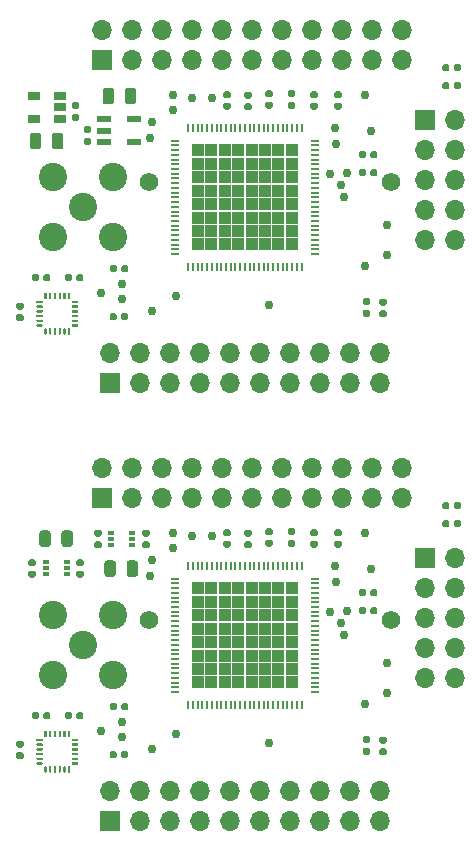
<source format=gts>
G04 #@! TF.GenerationSoftware,KiCad,Pcbnew,(5.1.6)-1*
G04 #@! TF.CreationDate,2021-09-14T14:20:35-07:00*
G04 #@! TF.ProjectId,sulu_ldo_and_reg_panel,73756c75-5f6c-4646-9f5f-616e645f7265,rev?*
G04 #@! TF.SameCoordinates,Original*
G04 #@! TF.FileFunction,Soldermask,Top*
G04 #@! TF.FilePolarity,Negative*
%FSLAX46Y46*%
G04 Gerber Fmt 4.6, Leading zero omitted, Abs format (unit mm)*
G04 Created by KiCad (PCBNEW (5.1.6)-1) date 2021-09-14 14:20:35*
%MOMM*%
%LPD*%
G01*
G04 APERTURE LIST*
%ADD10R,1.210000X0.590000*%
%ADD11R,1.060000X0.650000*%
%ADD12C,1.574800*%
%ADD13C,2.400000*%
%ADD14R,1.700000X1.700000*%
%ADD15O,1.700000X1.700000*%
%ADD16C,0.762000*%
%ADD17C,0.568750*%
%ADD18R,1.137500X1.137500*%
%ADD19O,0.200000X0.800000*%
%ADD20O,0.800000X0.200000*%
%ADD21R,0.500000X0.300000*%
G04 APERTURE END LIST*
D10*
G04 #@! TO.C,U3*
X76975001Y-59502000D03*
X76975001Y-61402000D03*
X74465001Y-61402000D03*
X74465001Y-60452000D03*
X74465001Y-59502000D03*
G04 #@! TD*
D11*
G04 #@! TO.C,U2*
X68467999Y-59421001D03*
X68467999Y-57521001D03*
X70667999Y-57521001D03*
X70667999Y-58471001D03*
X70667999Y-59421001D03*
G04 #@! TD*
D12*
G04 #@! TO.C,B1*
X98729800Y-64770000D03*
X78232000Y-64770000D03*
G04 #@! TD*
D13*
G04 #@! TO.C,J4*
X75184000Y-69469000D03*
X70104000Y-69469000D03*
X75184000Y-64389000D03*
X70104000Y-64389000D03*
X72644000Y-66929000D03*
G04 #@! TD*
D14*
G04 #@! TO.C,J1*
X74295000Y-54483000D03*
D15*
X74295000Y-51943000D03*
X76835000Y-54483000D03*
X76835000Y-51943000D03*
X79375000Y-54483000D03*
X79375000Y-51943000D03*
X81915000Y-54483000D03*
X81915000Y-51943000D03*
X84455000Y-54483000D03*
X84455000Y-51943000D03*
X86995000Y-54483000D03*
X86995000Y-51943000D03*
X89535000Y-54483000D03*
X89535000Y-51943000D03*
X92075000Y-54483000D03*
X92075000Y-51943000D03*
X94615000Y-54483000D03*
X94615000Y-51943000D03*
X97155000Y-54483000D03*
X97155000Y-51943000D03*
X99695000Y-54483000D03*
X99695000Y-51943000D03*
G04 #@! TD*
G04 #@! TO.C,R4*
G36*
G01*
X86441500Y-58125000D02*
X86786500Y-58125000D01*
G75*
G02*
X86934000Y-58272500I0J-147500D01*
G01*
X86934000Y-58567500D01*
G75*
G02*
X86786500Y-58715000I-147500J0D01*
G01*
X86441500Y-58715000D01*
G75*
G02*
X86294000Y-58567500I0J147500D01*
G01*
X86294000Y-58272500D01*
G75*
G02*
X86441500Y-58125000I147500J0D01*
G01*
G37*
G36*
G01*
X86441500Y-57155000D02*
X86786500Y-57155000D01*
G75*
G02*
X86934000Y-57302500I0J-147500D01*
G01*
X86934000Y-57597500D01*
G75*
G02*
X86786500Y-57745000I-147500J0D01*
G01*
X86441500Y-57745000D01*
G75*
G02*
X86294000Y-57597500I0J147500D01*
G01*
X86294000Y-57302500D01*
G75*
G02*
X86441500Y-57155000I147500J0D01*
G01*
G37*
G04 #@! TD*
G04 #@! TO.C,R3*
G36*
G01*
X92029500Y-58079000D02*
X92374500Y-58079000D01*
G75*
G02*
X92522000Y-58226500I0J-147500D01*
G01*
X92522000Y-58521500D01*
G75*
G02*
X92374500Y-58669000I-147500J0D01*
G01*
X92029500Y-58669000D01*
G75*
G02*
X91882000Y-58521500I0J147500D01*
G01*
X91882000Y-58226500D01*
G75*
G02*
X92029500Y-58079000I147500J0D01*
G01*
G37*
G36*
G01*
X92029500Y-57109000D02*
X92374500Y-57109000D01*
G75*
G02*
X92522000Y-57256500I0J-147500D01*
G01*
X92522000Y-57551500D01*
G75*
G02*
X92374500Y-57699000I-147500J0D01*
G01*
X92029500Y-57699000D01*
G75*
G02*
X91882000Y-57551500I0J147500D01*
G01*
X91882000Y-57256500D01*
G75*
G02*
X92029500Y-57109000I147500J0D01*
G01*
G37*
G04 #@! TD*
G04 #@! TO.C,R2*
G36*
G01*
X94406500Y-57699000D02*
X94061500Y-57699000D01*
G75*
G02*
X93914000Y-57551500I0J147500D01*
G01*
X93914000Y-57256500D01*
G75*
G02*
X94061500Y-57109000I147500J0D01*
G01*
X94406500Y-57109000D01*
G75*
G02*
X94554000Y-57256500I0J-147500D01*
G01*
X94554000Y-57551500D01*
G75*
G02*
X94406500Y-57699000I-147500J0D01*
G01*
G37*
G36*
G01*
X94406500Y-58669000D02*
X94061500Y-58669000D01*
G75*
G02*
X93914000Y-58521500I0J147500D01*
G01*
X93914000Y-58226500D01*
G75*
G02*
X94061500Y-58079000I147500J0D01*
G01*
X94406500Y-58079000D01*
G75*
G02*
X94554000Y-58226500I0J-147500D01*
G01*
X94554000Y-58521500D01*
G75*
G02*
X94406500Y-58669000I-147500J0D01*
G01*
G37*
G04 #@! TD*
G04 #@! TO.C,C_1.8_OUT1*
G36*
G01*
X70998000Y-60884750D02*
X70998000Y-61797250D01*
G75*
G02*
X70754250Y-62041000I-243750J0D01*
G01*
X70266750Y-62041000D01*
G75*
G02*
X70023000Y-61797250I0J243750D01*
G01*
X70023000Y-60884750D01*
G75*
G02*
X70266750Y-60641000I243750J0D01*
G01*
X70754250Y-60641000D01*
G75*
G02*
X70998000Y-60884750I0J-243750D01*
G01*
G37*
G36*
G01*
X69123000Y-60884750D02*
X69123000Y-61797250D01*
G75*
G02*
X68879250Y-62041000I-243750J0D01*
G01*
X68391750Y-62041000D01*
G75*
G02*
X68148000Y-61797250I0J243750D01*
G01*
X68148000Y-60884750D01*
G75*
G02*
X68391750Y-60641000I243750J0D01*
G01*
X68879250Y-60641000D01*
G75*
G02*
X69123000Y-60884750I0J-243750D01*
G01*
G37*
G04 #@! TD*
G04 #@! TO.C,C_1.1_OUT1*
G36*
G01*
X74315500Y-57987250D02*
X74315500Y-57074750D01*
G75*
G02*
X74559250Y-56831000I243750J0D01*
G01*
X75046750Y-56831000D01*
G75*
G02*
X75290500Y-57074750I0J-243750D01*
G01*
X75290500Y-57987250D01*
G75*
G02*
X75046750Y-58231000I-243750J0D01*
G01*
X74559250Y-58231000D01*
G75*
G02*
X74315500Y-57987250I0J243750D01*
G01*
G37*
G36*
G01*
X76190500Y-57987250D02*
X76190500Y-57074750D01*
G75*
G02*
X76434250Y-56831000I243750J0D01*
G01*
X76921750Y-56831000D01*
G75*
G02*
X77165500Y-57074750I0J-243750D01*
G01*
X77165500Y-57987250D01*
G75*
G02*
X76921750Y-58231000I-243750J0D01*
G01*
X76434250Y-58231000D01*
G75*
G02*
X76190500Y-57987250I0J243750D01*
G01*
G37*
G04 #@! TD*
G04 #@! TO.C,J3*
X104140000Y-69723000D03*
X101600000Y-69723000D03*
X104140000Y-67183000D03*
X101600000Y-67183000D03*
X104140000Y-64643000D03*
X101600000Y-64643000D03*
X104140000Y-62103000D03*
X101600000Y-62103000D03*
X104140000Y-59563000D03*
D14*
X101600000Y-59563000D03*
G04 #@! TD*
G04 #@! TO.C,C_1.1_IN1*
G36*
G01*
X73197500Y-60666000D02*
X72852500Y-60666000D01*
G75*
G02*
X72705000Y-60518500I0J147500D01*
G01*
X72705000Y-60223500D01*
G75*
G02*
X72852500Y-60076000I147500J0D01*
G01*
X73197500Y-60076000D01*
G75*
G02*
X73345000Y-60223500I0J-147500D01*
G01*
X73345000Y-60518500D01*
G75*
G02*
X73197500Y-60666000I-147500J0D01*
G01*
G37*
G36*
G01*
X73197500Y-61636000D02*
X72852500Y-61636000D01*
G75*
G02*
X72705000Y-61488500I0J147500D01*
G01*
X72705000Y-61193500D01*
G75*
G02*
X72852500Y-61046000I147500J0D01*
G01*
X73197500Y-61046000D01*
G75*
G02*
X73345000Y-61193500I0J-147500D01*
G01*
X73345000Y-61488500D01*
G75*
G02*
X73197500Y-61636000I-147500J0D01*
G01*
G37*
G04 #@! TD*
G04 #@! TO.C,C_1.8_IN1*
G36*
G01*
X72181500Y-58634000D02*
X71836500Y-58634000D01*
G75*
G02*
X71689000Y-58486500I0J147500D01*
G01*
X71689000Y-58191500D01*
G75*
G02*
X71836500Y-58044000I147500J0D01*
G01*
X72181500Y-58044000D01*
G75*
G02*
X72329000Y-58191500I0J-147500D01*
G01*
X72329000Y-58486500D01*
G75*
G02*
X72181500Y-58634000I-147500J0D01*
G01*
G37*
G36*
G01*
X72181500Y-59604000D02*
X71836500Y-59604000D01*
G75*
G02*
X71689000Y-59456500I0J147500D01*
G01*
X71689000Y-59161500D01*
G75*
G02*
X71836500Y-59014000I147500J0D01*
G01*
X72181500Y-59014000D01*
G75*
G02*
X72329000Y-59161500I0J-147500D01*
G01*
X72329000Y-59456500D01*
G75*
G02*
X72181500Y-59604000I-147500J0D01*
G01*
G37*
G04 #@! TD*
D16*
G04 #@! TO.C,J21*
X98425000Y-68453000D03*
G04 #@! TD*
G04 #@! TO.C,J20*
X93980000Y-60198000D03*
G04 #@! TD*
G04 #@! TO.C,J19*
X83566000Y-57658000D03*
G04 #@! TD*
G04 #@! TO.C,J18*
X81915000Y-57658000D03*
G04 #@! TD*
G04 #@! TO.C,J14*
X80264000Y-57404000D03*
G04 #@! TD*
G04 #@! TO.C,J12*
X75946000Y-74676000D03*
G04 #@! TD*
G04 #@! TO.C,J17*
X98425000Y-70993000D03*
G04 #@! TD*
G04 #@! TO.C,J16*
X94996000Y-64008000D03*
G04 #@! TD*
G04 #@! TO.C,J15*
X93599000Y-64135000D03*
G04 #@! TD*
G04 #@! TO.C,J13*
X78486000Y-75692000D03*
G04 #@! TD*
G04 #@! TO.C,J11*
X75946000Y-73406000D03*
G04 #@! TD*
G04 #@! TO.C,J10*
X94488000Y-65024000D03*
G04 #@! TD*
G04 #@! TO.C,J9*
X94742000Y-66040000D03*
G04 #@! TD*
G04 #@! TO.C,J8*
X78359000Y-61087000D03*
G04 #@! TD*
G04 #@! TO.C,J7*
X78486000Y-59690000D03*
G04 #@! TD*
G04 #@! TO.C,J6*
X80264000Y-58674000D03*
G04 #@! TD*
G04 #@! TO.C,J5*
X94107000Y-61595000D03*
G04 #@! TD*
G04 #@! TO.C,GND6*
X96520000Y-57404000D03*
G04 #@! TD*
G04 #@! TO.C,GND5*
X96520000Y-71882000D03*
G04 #@! TD*
G04 #@! TO.C,GND4*
X97028000Y-60452000D03*
G04 #@! TD*
G04 #@! TO.C,GND3*
X80518000Y-74422000D03*
G04 #@! TD*
G04 #@! TO.C,GND2*
X74168000Y-74168000D03*
G04 #@! TD*
G04 #@! TO.C,GND1*
X88392000Y-75184000D03*
G04 #@! TD*
G04 #@! TO.C,R1*
G36*
G01*
X96987000Y-62656500D02*
X96987000Y-62311500D01*
G75*
G02*
X97134500Y-62164000I147500J0D01*
G01*
X97429500Y-62164000D01*
G75*
G02*
X97577000Y-62311500I0J-147500D01*
G01*
X97577000Y-62656500D01*
G75*
G02*
X97429500Y-62804000I-147500J0D01*
G01*
X97134500Y-62804000D01*
G75*
G02*
X96987000Y-62656500I0J147500D01*
G01*
G37*
G36*
G01*
X96017000Y-62656500D02*
X96017000Y-62311500D01*
G75*
G02*
X96164500Y-62164000I147500J0D01*
G01*
X96459500Y-62164000D01*
G75*
G02*
X96607000Y-62311500I0J-147500D01*
G01*
X96607000Y-62656500D01*
G75*
G02*
X96459500Y-62804000I-147500J0D01*
G01*
X96164500Y-62804000D01*
G75*
G02*
X96017000Y-62656500I0J147500D01*
G01*
G37*
G04 #@! TD*
G04 #@! TO.C,C13*
G36*
G01*
X90469500Y-57618000D02*
X90124500Y-57618000D01*
G75*
G02*
X89977000Y-57470500I0J147500D01*
G01*
X89977000Y-57175500D01*
G75*
G02*
X90124500Y-57028000I147500J0D01*
G01*
X90469500Y-57028000D01*
G75*
G02*
X90617000Y-57175500I0J-147500D01*
G01*
X90617000Y-57470500D01*
G75*
G02*
X90469500Y-57618000I-147500J0D01*
G01*
G37*
G36*
G01*
X90469500Y-58588000D02*
X90124500Y-58588000D01*
G75*
G02*
X89977000Y-58440500I0J147500D01*
G01*
X89977000Y-58145500D01*
G75*
G02*
X90124500Y-57998000I147500J0D01*
G01*
X90469500Y-57998000D01*
G75*
G02*
X90617000Y-58145500I0J-147500D01*
G01*
X90617000Y-58440500D01*
G75*
G02*
X90469500Y-58588000I-147500J0D01*
G01*
G37*
G04 #@! TD*
G04 #@! TO.C,C12*
G36*
G01*
X88564500Y-57618000D02*
X88219500Y-57618000D01*
G75*
G02*
X88072000Y-57470500I0J147500D01*
G01*
X88072000Y-57175500D01*
G75*
G02*
X88219500Y-57028000I147500J0D01*
G01*
X88564500Y-57028000D01*
G75*
G02*
X88712000Y-57175500I0J-147500D01*
G01*
X88712000Y-57470500D01*
G75*
G02*
X88564500Y-57618000I-147500J0D01*
G01*
G37*
G36*
G01*
X88564500Y-58588000D02*
X88219500Y-58588000D01*
G75*
G02*
X88072000Y-58440500I0J147500D01*
G01*
X88072000Y-58145500D01*
G75*
G02*
X88219500Y-57998000I147500J0D01*
G01*
X88564500Y-57998000D01*
G75*
G02*
X88712000Y-58145500I0J-147500D01*
G01*
X88712000Y-58440500D01*
G75*
G02*
X88564500Y-58588000I-147500J0D01*
G01*
G37*
G04 #@! TD*
G04 #@! TO.C,C11*
G36*
G01*
X96607000Y-63835500D02*
X96607000Y-64180500D01*
G75*
G02*
X96459500Y-64328000I-147500J0D01*
G01*
X96164500Y-64328000D01*
G75*
G02*
X96017000Y-64180500I0J147500D01*
G01*
X96017000Y-63835500D01*
G75*
G02*
X96164500Y-63688000I147500J0D01*
G01*
X96459500Y-63688000D01*
G75*
G02*
X96607000Y-63835500I0J-147500D01*
G01*
G37*
G36*
G01*
X97577000Y-63835500D02*
X97577000Y-64180500D01*
G75*
G02*
X97429500Y-64328000I-147500J0D01*
G01*
X97134500Y-64328000D01*
G75*
G02*
X96987000Y-64180500I0J147500D01*
G01*
X96987000Y-63835500D01*
G75*
G02*
X97134500Y-63688000I147500J0D01*
G01*
X97429500Y-63688000D01*
G75*
G02*
X97577000Y-63835500I0J-147500D01*
G01*
G37*
G04 #@! TD*
G04 #@! TO.C,C10*
G36*
G01*
X85008500Y-57699000D02*
X84663500Y-57699000D01*
G75*
G02*
X84516000Y-57551500I0J147500D01*
G01*
X84516000Y-57256500D01*
G75*
G02*
X84663500Y-57109000I147500J0D01*
G01*
X85008500Y-57109000D01*
G75*
G02*
X85156000Y-57256500I0J-147500D01*
G01*
X85156000Y-57551500D01*
G75*
G02*
X85008500Y-57699000I-147500J0D01*
G01*
G37*
G36*
G01*
X85008500Y-58669000D02*
X84663500Y-58669000D01*
G75*
G02*
X84516000Y-58521500I0J147500D01*
G01*
X84516000Y-58226500D01*
G75*
G02*
X84663500Y-58079000I147500J0D01*
G01*
X85008500Y-58079000D01*
G75*
G02*
X85156000Y-58226500I0J-147500D01*
G01*
X85156000Y-58521500D01*
G75*
G02*
X85008500Y-58669000I-147500J0D01*
G01*
G37*
G04 #@! TD*
G04 #@! TO.C,C9*
G36*
G01*
X97871500Y-75651000D02*
X98216500Y-75651000D01*
G75*
G02*
X98364000Y-75798500I0J-147500D01*
G01*
X98364000Y-76093500D01*
G75*
G02*
X98216500Y-76241000I-147500J0D01*
G01*
X97871500Y-76241000D01*
G75*
G02*
X97724000Y-76093500I0J147500D01*
G01*
X97724000Y-75798500D01*
G75*
G02*
X97871500Y-75651000I147500J0D01*
G01*
G37*
G36*
G01*
X97871500Y-74681000D02*
X98216500Y-74681000D01*
G75*
G02*
X98364000Y-74828500I0J-147500D01*
G01*
X98364000Y-75123500D01*
G75*
G02*
X98216500Y-75271000I-147500J0D01*
G01*
X97871500Y-75271000D01*
G75*
G02*
X97724000Y-75123500I0J147500D01*
G01*
X97724000Y-74828500D01*
G75*
G02*
X97871500Y-74681000I147500J0D01*
G01*
G37*
G04 #@! TD*
G04 #@! TO.C,C8*
G36*
G01*
X96474500Y-75605000D02*
X96819500Y-75605000D01*
G75*
G02*
X96967000Y-75752500I0J-147500D01*
G01*
X96967000Y-76047500D01*
G75*
G02*
X96819500Y-76195000I-147500J0D01*
G01*
X96474500Y-76195000D01*
G75*
G02*
X96327000Y-76047500I0J147500D01*
G01*
X96327000Y-75752500D01*
G75*
G02*
X96474500Y-75605000I147500J0D01*
G01*
G37*
G36*
G01*
X96474500Y-74635000D02*
X96819500Y-74635000D01*
G75*
G02*
X96967000Y-74782500I0J-147500D01*
G01*
X96967000Y-75077500D01*
G75*
G02*
X96819500Y-75225000I-147500J0D01*
G01*
X96474500Y-75225000D01*
G75*
G02*
X96327000Y-75077500I0J147500D01*
G01*
X96327000Y-74782500D01*
G75*
G02*
X96474500Y-74635000I147500J0D01*
G01*
G37*
G04 #@! TD*
G04 #@! TO.C,C7*
G36*
G01*
X104053000Y-56814500D02*
X104053000Y-56469500D01*
G75*
G02*
X104200500Y-56322000I147500J0D01*
G01*
X104495500Y-56322000D01*
G75*
G02*
X104643000Y-56469500I0J-147500D01*
G01*
X104643000Y-56814500D01*
G75*
G02*
X104495500Y-56962000I-147500J0D01*
G01*
X104200500Y-56962000D01*
G75*
G02*
X104053000Y-56814500I0J147500D01*
G01*
G37*
G36*
G01*
X103083000Y-56814500D02*
X103083000Y-56469500D01*
G75*
G02*
X103230500Y-56322000I147500J0D01*
G01*
X103525500Y-56322000D01*
G75*
G02*
X103673000Y-56469500I0J-147500D01*
G01*
X103673000Y-56814500D01*
G75*
G02*
X103525500Y-56962000I-147500J0D01*
G01*
X103230500Y-56962000D01*
G75*
G02*
X103083000Y-56814500I0J147500D01*
G01*
G37*
G04 #@! TD*
G04 #@! TO.C,C6*
G36*
G01*
X104053000Y-55290500D02*
X104053000Y-54945500D01*
G75*
G02*
X104200500Y-54798000I147500J0D01*
G01*
X104495500Y-54798000D01*
G75*
G02*
X104643000Y-54945500I0J-147500D01*
G01*
X104643000Y-55290500D01*
G75*
G02*
X104495500Y-55438000I-147500J0D01*
G01*
X104200500Y-55438000D01*
G75*
G02*
X104053000Y-55290500I0J147500D01*
G01*
G37*
G36*
G01*
X103083000Y-55290500D02*
X103083000Y-54945500D01*
G75*
G02*
X103230500Y-54798000I147500J0D01*
G01*
X103525500Y-54798000D01*
G75*
G02*
X103673000Y-54945500I0J-147500D01*
G01*
X103673000Y-55290500D01*
G75*
G02*
X103525500Y-55438000I-147500J0D01*
G01*
X103230500Y-55438000D01*
G75*
G02*
X103083000Y-55290500I0J147500D01*
G01*
G37*
G04 #@! TD*
G04 #@! TO.C,C5*
G36*
G01*
X75525000Y-71963500D02*
X75525000Y-72308500D01*
G75*
G02*
X75377500Y-72456000I-147500J0D01*
G01*
X75082500Y-72456000D01*
G75*
G02*
X74935000Y-72308500I0J147500D01*
G01*
X74935000Y-71963500D01*
G75*
G02*
X75082500Y-71816000I147500J0D01*
G01*
X75377500Y-71816000D01*
G75*
G02*
X75525000Y-71963500I0J-147500D01*
G01*
G37*
G36*
G01*
X76495000Y-71963500D02*
X76495000Y-72308500D01*
G75*
G02*
X76347500Y-72456000I-147500J0D01*
G01*
X76052500Y-72456000D01*
G75*
G02*
X75905000Y-72308500I0J147500D01*
G01*
X75905000Y-71963500D01*
G75*
G02*
X76052500Y-71816000I147500J0D01*
G01*
X76347500Y-71816000D01*
G75*
G02*
X76495000Y-71963500I0J-147500D01*
G01*
G37*
G04 #@! TD*
G04 #@! TO.C,C4*
G36*
G01*
X75502000Y-76027500D02*
X75502000Y-76372500D01*
G75*
G02*
X75354500Y-76520000I-147500J0D01*
G01*
X75059500Y-76520000D01*
G75*
G02*
X74912000Y-76372500I0J147500D01*
G01*
X74912000Y-76027500D01*
G75*
G02*
X75059500Y-75880000I147500J0D01*
G01*
X75354500Y-75880000D01*
G75*
G02*
X75502000Y-76027500I0J-147500D01*
G01*
G37*
G36*
G01*
X76472000Y-76027500D02*
X76472000Y-76372500D01*
G75*
G02*
X76324500Y-76520000I-147500J0D01*
G01*
X76029500Y-76520000D01*
G75*
G02*
X75882000Y-76372500I0J147500D01*
G01*
X75882000Y-76027500D01*
G75*
G02*
X76029500Y-75880000I147500J0D01*
G01*
X76324500Y-75880000D01*
G75*
G02*
X76472000Y-76027500I0J-147500D01*
G01*
G37*
G04 #@! TD*
D15*
G04 #@! TO.C,J2*
X97790000Y-79248000D03*
X97790000Y-81788000D03*
X95250000Y-79248000D03*
X95250000Y-81788000D03*
X92710000Y-79248000D03*
X92710000Y-81788000D03*
X90170000Y-79248000D03*
X90170000Y-81788000D03*
X87630000Y-79248000D03*
X87630000Y-81788000D03*
X85090000Y-79248000D03*
X85090000Y-81788000D03*
X82550000Y-79248000D03*
X82550000Y-81788000D03*
X80010000Y-79248000D03*
X80010000Y-81788000D03*
X77470000Y-79248000D03*
X77470000Y-81788000D03*
X74930000Y-79248000D03*
D14*
X74930000Y-81788000D03*
G04 #@! TD*
D17*
G04 #@! TO.C,U1*
X90341250Y-70079250D03*
X90341250Y-68941750D03*
X90341250Y-67804250D03*
X90341250Y-66666750D03*
X90341250Y-65529250D03*
X90341250Y-64391750D03*
X90341250Y-63254250D03*
X90341250Y-62116750D03*
X89203750Y-70079250D03*
X89203750Y-68941750D03*
X89203750Y-67804250D03*
X89203750Y-66666750D03*
X89203750Y-65529250D03*
X89203750Y-64391750D03*
X89203750Y-63254250D03*
X89203750Y-62116750D03*
X88066250Y-70079250D03*
X88066250Y-68941750D03*
X88066250Y-67804250D03*
X88066250Y-66666750D03*
X88066250Y-65529250D03*
X88066250Y-64391750D03*
X88066250Y-63254250D03*
X88066250Y-62116750D03*
X86928750Y-70079250D03*
X86928750Y-68941750D03*
X86928750Y-67804250D03*
X86928750Y-66666750D03*
X86928750Y-65529250D03*
X86928750Y-64391750D03*
X86928750Y-63254250D03*
X86928750Y-62116750D03*
X85791250Y-70079250D03*
X85791250Y-68941750D03*
X85791250Y-67804250D03*
X85791250Y-66666750D03*
X85791250Y-65529250D03*
X85791250Y-64391750D03*
X85791250Y-63254250D03*
X85791250Y-62116750D03*
X84653750Y-70079250D03*
X84653750Y-68941750D03*
X84653750Y-67804250D03*
X84653750Y-66666750D03*
X84653750Y-65529250D03*
X84653750Y-64391750D03*
X84653750Y-63254250D03*
X84653750Y-62116750D03*
X83516250Y-70079250D03*
X83516250Y-68941750D03*
X83516250Y-67804250D03*
X83516250Y-66666750D03*
X83516250Y-65529250D03*
X83516250Y-64391750D03*
X83516250Y-63254250D03*
X83516250Y-62116750D03*
X82378750Y-70079250D03*
X82378750Y-68941750D03*
X82378750Y-67804250D03*
X82378750Y-66666750D03*
X82378750Y-65529250D03*
X82378750Y-64391750D03*
X82378750Y-63254250D03*
X82378750Y-62116750D03*
D18*
X90341250Y-70079250D03*
X90341250Y-68941750D03*
X90341250Y-67804250D03*
X90341250Y-66666750D03*
X90341250Y-65529250D03*
X90341250Y-64391750D03*
X90341250Y-63254250D03*
X90341250Y-62116750D03*
X89203750Y-70079250D03*
X89203750Y-68941750D03*
X89203750Y-67804250D03*
X89203750Y-66666750D03*
X89203750Y-65529250D03*
X89203750Y-64391750D03*
X89203750Y-63254250D03*
X89203750Y-62116750D03*
X88066250Y-70079250D03*
X88066250Y-68941750D03*
X88066250Y-67804250D03*
X88066250Y-66666750D03*
X88066250Y-65529250D03*
X88066250Y-64391750D03*
X88066250Y-63254250D03*
X88066250Y-62116750D03*
X86928750Y-70079250D03*
X86928750Y-68941750D03*
X86928750Y-67804250D03*
X86928750Y-66666750D03*
X86928750Y-65529250D03*
X86928750Y-64391750D03*
X86928750Y-63254250D03*
X86928750Y-62116750D03*
X85791250Y-70079250D03*
X85791250Y-68941750D03*
X85791250Y-67804250D03*
X85791250Y-66666750D03*
X85791250Y-65529250D03*
X85791250Y-64391750D03*
X85791250Y-63254250D03*
X85791250Y-62116750D03*
X84653750Y-70079250D03*
X84653750Y-68941750D03*
X84653750Y-67804250D03*
X84653750Y-66666750D03*
X84653750Y-65529250D03*
X84653750Y-64391750D03*
X84653750Y-63254250D03*
X84653750Y-62116750D03*
X83516250Y-70079250D03*
X83516250Y-68941750D03*
X83516250Y-67804250D03*
X83516250Y-66666750D03*
X83516250Y-65529250D03*
X83516250Y-64391750D03*
X83516250Y-63254250D03*
X83516250Y-62116750D03*
X82378750Y-70079250D03*
X82378750Y-68941750D03*
X82378750Y-67804250D03*
X82378750Y-66666750D03*
X82378750Y-65529250D03*
X82378750Y-64391750D03*
X82378750Y-63254250D03*
X82378750Y-62116750D03*
D19*
X81560000Y-60198000D03*
X81960000Y-60198000D03*
X82360000Y-60198000D03*
X82760000Y-60198000D03*
X83160000Y-60198000D03*
X83560000Y-60198000D03*
X83960000Y-60198000D03*
X84360000Y-60198000D03*
X84760000Y-60198000D03*
X85160000Y-60198000D03*
X85560000Y-60198000D03*
X85960000Y-60198000D03*
X86360000Y-60198000D03*
X86760000Y-60198000D03*
X87160000Y-60198000D03*
X87560000Y-60198000D03*
X87960000Y-60198000D03*
X88360000Y-60198000D03*
X88760000Y-60198000D03*
X89160000Y-60198000D03*
X89560000Y-60198000D03*
X89960000Y-60198000D03*
X90360000Y-60198000D03*
X90760000Y-60198000D03*
X91160000Y-60198000D03*
D20*
X92260000Y-61298000D03*
X92260000Y-61698000D03*
X92260000Y-62098000D03*
X92260000Y-62498000D03*
X92260000Y-62898000D03*
X92260000Y-63298000D03*
X92260000Y-63698000D03*
X92260000Y-64098000D03*
X92260000Y-64498000D03*
X92260000Y-64898000D03*
X92260000Y-65298000D03*
X92260000Y-65698000D03*
X92260000Y-66098000D03*
X92260000Y-66498000D03*
X92260000Y-66898000D03*
X92260000Y-67298000D03*
X92260000Y-67698000D03*
X92260000Y-68098000D03*
X92260000Y-68498000D03*
X92260000Y-68898000D03*
X92260000Y-69298000D03*
X92260000Y-69698000D03*
X92260000Y-70098000D03*
X92260000Y-70498000D03*
X92260000Y-70898000D03*
D19*
X91160000Y-71998000D03*
X90760000Y-71998000D03*
X90360000Y-71998000D03*
X89960000Y-71998000D03*
X89560000Y-71998000D03*
X89160000Y-71998000D03*
X88760000Y-71998000D03*
X88360000Y-71998000D03*
X87960000Y-71998000D03*
X87560000Y-71998000D03*
X87160000Y-71998000D03*
X86760000Y-71998000D03*
X86360000Y-71998000D03*
X85960000Y-71998000D03*
X85560000Y-71998000D03*
X85160000Y-71998000D03*
X84760000Y-71998000D03*
X84360000Y-71998000D03*
X83960000Y-71998000D03*
X83560000Y-71998000D03*
X83160000Y-71998000D03*
X82760000Y-71998000D03*
X82360000Y-71998000D03*
X81960000Y-71998000D03*
X81560000Y-71998000D03*
D20*
X80460000Y-70898000D03*
X80460000Y-70498000D03*
X80460000Y-70098000D03*
X80460000Y-69698000D03*
X80460000Y-69298000D03*
X80460000Y-68898000D03*
X80460000Y-68498000D03*
X80460000Y-68098000D03*
X80460000Y-67698000D03*
X80460000Y-67298000D03*
X80460000Y-66898000D03*
X80460000Y-66498000D03*
X80460000Y-66098000D03*
X80460000Y-65698000D03*
X80460000Y-65298000D03*
X80460000Y-64898000D03*
X80460000Y-64498000D03*
X80460000Y-64098000D03*
X80460000Y-63698000D03*
X80460000Y-63298000D03*
X80460000Y-62898000D03*
X80460000Y-62498000D03*
X80460000Y-62098000D03*
X80460000Y-61698000D03*
X80460000Y-61298000D03*
G04 #@! TD*
G04 #@! TO.C,C3*
G36*
G01*
X69891000Y-72725500D02*
X69891000Y-73070500D01*
G75*
G02*
X69743500Y-73218000I-147500J0D01*
G01*
X69448500Y-73218000D01*
G75*
G02*
X69301000Y-73070500I0J147500D01*
G01*
X69301000Y-72725500D01*
G75*
G02*
X69448500Y-72578000I147500J0D01*
G01*
X69743500Y-72578000D01*
G75*
G02*
X69891000Y-72725500I0J-147500D01*
G01*
G37*
G36*
G01*
X68921000Y-72725500D02*
X68921000Y-73070500D01*
G75*
G02*
X68773500Y-73218000I-147500J0D01*
G01*
X68478500Y-73218000D01*
G75*
G02*
X68331000Y-73070500I0J147500D01*
G01*
X68331000Y-72725500D01*
G75*
G02*
X68478500Y-72578000I147500J0D01*
G01*
X68773500Y-72578000D01*
G75*
G02*
X68921000Y-72725500I0J-147500D01*
G01*
G37*
G04 #@! TD*
G04 #@! TO.C,C2*
G36*
G01*
X67137500Y-75016000D02*
X67482500Y-75016000D01*
G75*
G02*
X67630000Y-75163500I0J-147500D01*
G01*
X67630000Y-75458500D01*
G75*
G02*
X67482500Y-75606000I-147500J0D01*
G01*
X67137500Y-75606000D01*
G75*
G02*
X66990000Y-75458500I0J147500D01*
G01*
X66990000Y-75163500D01*
G75*
G02*
X67137500Y-75016000I147500J0D01*
G01*
G37*
G36*
G01*
X67137500Y-75986000D02*
X67482500Y-75986000D01*
G75*
G02*
X67630000Y-76133500I0J-147500D01*
G01*
X67630000Y-76428500D01*
G75*
G02*
X67482500Y-76576000I-147500J0D01*
G01*
X67137500Y-76576000D01*
G75*
G02*
X66990000Y-76428500I0J147500D01*
G01*
X66990000Y-76133500D01*
G75*
G02*
X67137500Y-75986000I147500J0D01*
G01*
G37*
G04 #@! TD*
G04 #@! TO.C,C1*
G36*
G01*
X71125000Y-73070500D02*
X71125000Y-72725500D01*
G75*
G02*
X71272500Y-72578000I147500J0D01*
G01*
X71567500Y-72578000D01*
G75*
G02*
X71715000Y-72725500I0J-147500D01*
G01*
X71715000Y-73070500D01*
G75*
G02*
X71567500Y-73218000I-147500J0D01*
G01*
X71272500Y-73218000D01*
G75*
G02*
X71125000Y-73070500I0J147500D01*
G01*
G37*
G36*
G01*
X72095000Y-73070500D02*
X72095000Y-72725500D01*
G75*
G02*
X72242500Y-72578000I147500J0D01*
G01*
X72537500Y-72578000D01*
G75*
G02*
X72685000Y-72725500I0J-147500D01*
G01*
X72685000Y-73070500D01*
G75*
G02*
X72537500Y-73218000I-147500J0D01*
G01*
X72242500Y-73218000D01*
G75*
G02*
X72095000Y-73070500I0J147500D01*
G01*
G37*
G04 #@! TD*
G04 #@! TO.C,U9AB1*
G36*
G01*
X72260000Y-76896000D02*
X72260000Y-76996000D01*
G75*
G02*
X72210000Y-77046000I-50000J0D01*
G01*
X71760000Y-77046000D01*
G75*
G02*
X71710000Y-76996000I0J50000D01*
G01*
X71710000Y-76896000D01*
G75*
G02*
X71760000Y-76846000I50000J0D01*
G01*
X72210000Y-76846000D01*
G75*
G02*
X72260000Y-76896000I0J-50000D01*
G01*
G37*
G36*
G01*
X72260000Y-76496000D02*
X72260000Y-76596000D01*
G75*
G02*
X72210000Y-76646000I-50000J0D01*
G01*
X71760000Y-76646000D01*
G75*
G02*
X71710000Y-76596000I0J50000D01*
G01*
X71710000Y-76496000D01*
G75*
G02*
X71760000Y-76446000I50000J0D01*
G01*
X72210000Y-76446000D01*
G75*
G02*
X72260000Y-76496000I0J-50000D01*
G01*
G37*
G36*
G01*
X72260000Y-76096000D02*
X72260000Y-76196000D01*
G75*
G02*
X72210000Y-76246000I-50000J0D01*
G01*
X71760000Y-76246000D01*
G75*
G02*
X71710000Y-76196000I0J50000D01*
G01*
X71710000Y-76096000D01*
G75*
G02*
X71760000Y-76046000I50000J0D01*
G01*
X72210000Y-76046000D01*
G75*
G02*
X72260000Y-76096000I0J-50000D01*
G01*
G37*
G36*
G01*
X72260000Y-75696000D02*
X72260000Y-75796000D01*
G75*
G02*
X72210000Y-75846000I-50000J0D01*
G01*
X71760000Y-75846000D01*
G75*
G02*
X71710000Y-75796000I0J50000D01*
G01*
X71710000Y-75696000D01*
G75*
G02*
X71760000Y-75646000I50000J0D01*
G01*
X72210000Y-75646000D01*
G75*
G02*
X72260000Y-75696000I0J-50000D01*
G01*
G37*
G36*
G01*
X72260000Y-75296000D02*
X72260000Y-75396000D01*
G75*
G02*
X72210000Y-75446000I-50000J0D01*
G01*
X71760000Y-75446000D01*
G75*
G02*
X71710000Y-75396000I0J50000D01*
G01*
X71710000Y-75296000D01*
G75*
G02*
X71760000Y-75246000I50000J0D01*
G01*
X72210000Y-75246000D01*
G75*
G02*
X72260000Y-75296000I0J-50000D01*
G01*
G37*
G36*
G01*
X72260000Y-74896000D02*
X72260000Y-74996000D01*
G75*
G02*
X72210000Y-75046000I-50000J0D01*
G01*
X71760000Y-75046000D01*
G75*
G02*
X71710000Y-74996000I0J50000D01*
G01*
X71710000Y-74896000D01*
G75*
G02*
X71760000Y-74846000I50000J0D01*
G01*
X72210000Y-74846000D01*
G75*
G02*
X72260000Y-74896000I0J-50000D01*
G01*
G37*
G36*
G01*
X71435000Y-74171000D02*
X71535000Y-74171000D01*
G75*
G02*
X71585000Y-74221000I0J-50000D01*
G01*
X71585000Y-74671000D01*
G75*
G02*
X71535000Y-74721000I-50000J0D01*
G01*
X71435000Y-74721000D01*
G75*
G02*
X71385000Y-74671000I0J50000D01*
G01*
X71385000Y-74221000D01*
G75*
G02*
X71435000Y-74171000I50000J0D01*
G01*
G37*
G36*
G01*
X71035000Y-74171000D02*
X71135000Y-74171000D01*
G75*
G02*
X71185000Y-74221000I0J-50000D01*
G01*
X71185000Y-74671000D01*
G75*
G02*
X71135000Y-74721000I-50000J0D01*
G01*
X71035000Y-74721000D01*
G75*
G02*
X70985000Y-74671000I0J50000D01*
G01*
X70985000Y-74221000D01*
G75*
G02*
X71035000Y-74171000I50000J0D01*
G01*
G37*
G36*
G01*
X70635000Y-74171000D02*
X70735000Y-74171000D01*
G75*
G02*
X70785000Y-74221000I0J-50000D01*
G01*
X70785000Y-74671000D01*
G75*
G02*
X70735000Y-74721000I-50000J0D01*
G01*
X70635000Y-74721000D01*
G75*
G02*
X70585000Y-74671000I0J50000D01*
G01*
X70585000Y-74221000D01*
G75*
G02*
X70635000Y-74171000I50000J0D01*
G01*
G37*
G36*
G01*
X70235000Y-74171000D02*
X70335000Y-74171000D01*
G75*
G02*
X70385000Y-74221000I0J-50000D01*
G01*
X70385000Y-74671000D01*
G75*
G02*
X70335000Y-74721000I-50000J0D01*
G01*
X70235000Y-74721000D01*
G75*
G02*
X70185000Y-74671000I0J50000D01*
G01*
X70185000Y-74221000D01*
G75*
G02*
X70235000Y-74171000I50000J0D01*
G01*
G37*
G36*
G01*
X69835000Y-74171000D02*
X69935000Y-74171000D01*
G75*
G02*
X69985000Y-74221000I0J-50000D01*
G01*
X69985000Y-74671000D01*
G75*
G02*
X69935000Y-74721000I-50000J0D01*
G01*
X69835000Y-74721000D01*
G75*
G02*
X69785000Y-74671000I0J50000D01*
G01*
X69785000Y-74221000D01*
G75*
G02*
X69835000Y-74171000I50000J0D01*
G01*
G37*
G36*
G01*
X69435000Y-74171000D02*
X69535000Y-74171000D01*
G75*
G02*
X69585000Y-74221000I0J-50000D01*
G01*
X69585000Y-74671000D01*
G75*
G02*
X69535000Y-74721000I-50000J0D01*
G01*
X69435000Y-74721000D01*
G75*
G02*
X69385000Y-74671000I0J50000D01*
G01*
X69385000Y-74221000D01*
G75*
G02*
X69435000Y-74171000I50000J0D01*
G01*
G37*
G36*
G01*
X69260000Y-74896000D02*
X69260000Y-74996000D01*
G75*
G02*
X69210000Y-75046000I-50000J0D01*
G01*
X68760000Y-75046000D01*
G75*
G02*
X68710000Y-74996000I0J50000D01*
G01*
X68710000Y-74896000D01*
G75*
G02*
X68760000Y-74846000I50000J0D01*
G01*
X69210000Y-74846000D01*
G75*
G02*
X69260000Y-74896000I0J-50000D01*
G01*
G37*
G36*
G01*
X69260000Y-75296000D02*
X69260000Y-75396000D01*
G75*
G02*
X69210000Y-75446000I-50000J0D01*
G01*
X68760000Y-75446000D01*
G75*
G02*
X68710000Y-75396000I0J50000D01*
G01*
X68710000Y-75296000D01*
G75*
G02*
X68760000Y-75246000I50000J0D01*
G01*
X69210000Y-75246000D01*
G75*
G02*
X69260000Y-75296000I0J-50000D01*
G01*
G37*
G36*
G01*
X69260000Y-75696000D02*
X69260000Y-75796000D01*
G75*
G02*
X69210000Y-75846000I-50000J0D01*
G01*
X68760000Y-75846000D01*
G75*
G02*
X68710000Y-75796000I0J50000D01*
G01*
X68710000Y-75696000D01*
G75*
G02*
X68760000Y-75646000I50000J0D01*
G01*
X69210000Y-75646000D01*
G75*
G02*
X69260000Y-75696000I0J-50000D01*
G01*
G37*
G36*
G01*
X69260000Y-76096000D02*
X69260000Y-76196000D01*
G75*
G02*
X69210000Y-76246000I-50000J0D01*
G01*
X68760000Y-76246000D01*
G75*
G02*
X68710000Y-76196000I0J50000D01*
G01*
X68710000Y-76096000D01*
G75*
G02*
X68760000Y-76046000I50000J0D01*
G01*
X69210000Y-76046000D01*
G75*
G02*
X69260000Y-76096000I0J-50000D01*
G01*
G37*
G36*
G01*
X69260000Y-76496000D02*
X69260000Y-76596000D01*
G75*
G02*
X69210000Y-76646000I-50000J0D01*
G01*
X68760000Y-76646000D01*
G75*
G02*
X68710000Y-76596000I0J50000D01*
G01*
X68710000Y-76496000D01*
G75*
G02*
X68760000Y-76446000I50000J0D01*
G01*
X69210000Y-76446000D01*
G75*
G02*
X69260000Y-76496000I0J-50000D01*
G01*
G37*
G36*
G01*
X69260000Y-76896000D02*
X69260000Y-76996000D01*
G75*
G02*
X69210000Y-77046000I-50000J0D01*
G01*
X68760000Y-77046000D01*
G75*
G02*
X68710000Y-76996000I0J50000D01*
G01*
X68710000Y-76896000D01*
G75*
G02*
X68760000Y-76846000I50000J0D01*
G01*
X69210000Y-76846000D01*
G75*
G02*
X69260000Y-76896000I0J-50000D01*
G01*
G37*
G36*
G01*
X69435000Y-77171000D02*
X69535000Y-77171000D01*
G75*
G02*
X69585000Y-77221000I0J-50000D01*
G01*
X69585000Y-77671000D01*
G75*
G02*
X69535000Y-77721000I-50000J0D01*
G01*
X69435000Y-77721000D01*
G75*
G02*
X69385000Y-77671000I0J50000D01*
G01*
X69385000Y-77221000D01*
G75*
G02*
X69435000Y-77171000I50000J0D01*
G01*
G37*
G36*
G01*
X69835000Y-77171000D02*
X69935000Y-77171000D01*
G75*
G02*
X69985000Y-77221000I0J-50000D01*
G01*
X69985000Y-77671000D01*
G75*
G02*
X69935000Y-77721000I-50000J0D01*
G01*
X69835000Y-77721000D01*
G75*
G02*
X69785000Y-77671000I0J50000D01*
G01*
X69785000Y-77221000D01*
G75*
G02*
X69835000Y-77171000I50000J0D01*
G01*
G37*
G36*
G01*
X70235000Y-77171000D02*
X70335000Y-77171000D01*
G75*
G02*
X70385000Y-77221000I0J-50000D01*
G01*
X70385000Y-77671000D01*
G75*
G02*
X70335000Y-77721000I-50000J0D01*
G01*
X70235000Y-77721000D01*
G75*
G02*
X70185000Y-77671000I0J50000D01*
G01*
X70185000Y-77221000D01*
G75*
G02*
X70235000Y-77171000I50000J0D01*
G01*
G37*
G36*
G01*
X70635000Y-77171000D02*
X70735000Y-77171000D01*
G75*
G02*
X70785000Y-77221000I0J-50000D01*
G01*
X70785000Y-77671000D01*
G75*
G02*
X70735000Y-77721000I-50000J0D01*
G01*
X70635000Y-77721000D01*
G75*
G02*
X70585000Y-77671000I0J50000D01*
G01*
X70585000Y-77221000D01*
G75*
G02*
X70635000Y-77171000I50000J0D01*
G01*
G37*
G36*
G01*
X71035000Y-77171000D02*
X71135000Y-77171000D01*
G75*
G02*
X71185000Y-77221000I0J-50000D01*
G01*
X71185000Y-77671000D01*
G75*
G02*
X71135000Y-77721000I-50000J0D01*
G01*
X71035000Y-77721000D01*
G75*
G02*
X70985000Y-77671000I0J50000D01*
G01*
X70985000Y-77221000D01*
G75*
G02*
X71035000Y-77171000I50000J0D01*
G01*
G37*
G36*
G01*
X71435000Y-77171000D02*
X71535000Y-77171000D01*
G75*
G02*
X71585000Y-77221000I0J-50000D01*
G01*
X71585000Y-77671000D01*
G75*
G02*
X71535000Y-77721000I-50000J0D01*
G01*
X71435000Y-77721000D01*
G75*
G02*
X71385000Y-77671000I0J50000D01*
G01*
X71385000Y-77221000D01*
G75*
G02*
X71435000Y-77171000I50000J0D01*
G01*
G37*
G04 #@! TD*
D13*
G04 #@! TO.C,J4*
X72644000Y-104013000D03*
X70104000Y-101473000D03*
X75184000Y-101473000D03*
X70104000Y-106553000D03*
X75184000Y-106553000D03*
G04 #@! TD*
D12*
G04 #@! TO.C,B1*
X98729800Y-101854000D03*
X78232000Y-101854000D03*
G04 #@! TD*
D14*
G04 #@! TO.C,J1*
X74295000Y-91567000D03*
D15*
X74295000Y-89027000D03*
X76835000Y-91567000D03*
X76835000Y-89027000D03*
X79375000Y-91567000D03*
X79375000Y-89027000D03*
X81915000Y-91567000D03*
X81915000Y-89027000D03*
X84455000Y-91567000D03*
X84455000Y-89027000D03*
X86995000Y-91567000D03*
X86995000Y-89027000D03*
X89535000Y-91567000D03*
X89535000Y-89027000D03*
X92075000Y-91567000D03*
X92075000Y-89027000D03*
X94615000Y-91567000D03*
X94615000Y-89027000D03*
X97155000Y-91567000D03*
X97155000Y-89027000D03*
X99695000Y-91567000D03*
X99695000Y-89027000D03*
G04 #@! TD*
G04 #@! TO.C,R4*
G36*
G01*
X86441500Y-95209000D02*
X86786500Y-95209000D01*
G75*
G02*
X86934000Y-95356500I0J-147500D01*
G01*
X86934000Y-95651500D01*
G75*
G02*
X86786500Y-95799000I-147500J0D01*
G01*
X86441500Y-95799000D01*
G75*
G02*
X86294000Y-95651500I0J147500D01*
G01*
X86294000Y-95356500D01*
G75*
G02*
X86441500Y-95209000I147500J0D01*
G01*
G37*
G36*
G01*
X86441500Y-94239000D02*
X86786500Y-94239000D01*
G75*
G02*
X86934000Y-94386500I0J-147500D01*
G01*
X86934000Y-94681500D01*
G75*
G02*
X86786500Y-94829000I-147500J0D01*
G01*
X86441500Y-94829000D01*
G75*
G02*
X86294000Y-94681500I0J147500D01*
G01*
X86294000Y-94386500D01*
G75*
G02*
X86441500Y-94239000I147500J0D01*
G01*
G37*
G04 #@! TD*
D21*
G04 #@! TO.C,U3*
X75017999Y-95496000D03*
X75017999Y-94996000D03*
X75017999Y-94496000D03*
X76817999Y-94496000D03*
X76817999Y-94996000D03*
X76817999Y-95496000D03*
G04 #@! TD*
G04 #@! TO.C,U2*
X71286001Y-96984999D03*
X71286001Y-97484999D03*
X71286001Y-97984999D03*
X69486001Y-97984999D03*
X69486001Y-97484999D03*
X69486001Y-96984999D03*
G04 #@! TD*
G04 #@! TO.C,R3*
G36*
G01*
X92029500Y-95163000D02*
X92374500Y-95163000D01*
G75*
G02*
X92522000Y-95310500I0J-147500D01*
G01*
X92522000Y-95605500D01*
G75*
G02*
X92374500Y-95753000I-147500J0D01*
G01*
X92029500Y-95753000D01*
G75*
G02*
X91882000Y-95605500I0J147500D01*
G01*
X91882000Y-95310500D01*
G75*
G02*
X92029500Y-95163000I147500J0D01*
G01*
G37*
G36*
G01*
X92029500Y-94193000D02*
X92374500Y-94193000D01*
G75*
G02*
X92522000Y-94340500I0J-147500D01*
G01*
X92522000Y-94635500D01*
G75*
G02*
X92374500Y-94783000I-147500J0D01*
G01*
X92029500Y-94783000D01*
G75*
G02*
X91882000Y-94635500I0J147500D01*
G01*
X91882000Y-94340500D01*
G75*
G02*
X92029500Y-94193000I147500J0D01*
G01*
G37*
G04 #@! TD*
G04 #@! TO.C,R2*
G36*
G01*
X94406500Y-94783000D02*
X94061500Y-94783000D01*
G75*
G02*
X93914000Y-94635500I0J147500D01*
G01*
X93914000Y-94340500D01*
G75*
G02*
X94061500Y-94193000I147500J0D01*
G01*
X94406500Y-94193000D01*
G75*
G02*
X94554000Y-94340500I0J-147500D01*
G01*
X94554000Y-94635500D01*
G75*
G02*
X94406500Y-94783000I-147500J0D01*
G01*
G37*
G36*
G01*
X94406500Y-95753000D02*
X94061500Y-95753000D01*
G75*
G02*
X93914000Y-95605500I0J147500D01*
G01*
X93914000Y-95310500D01*
G75*
G02*
X94061500Y-95163000I147500J0D01*
G01*
X94406500Y-95163000D01*
G75*
G02*
X94554000Y-95310500I0J-147500D01*
G01*
X94554000Y-95605500D01*
G75*
G02*
X94406500Y-95753000I-147500J0D01*
G01*
G37*
G04 #@! TD*
G04 #@! TO.C,C_1.8_OUT1*
G36*
G01*
X69931000Y-94539750D02*
X69931000Y-95452250D01*
G75*
G02*
X69687250Y-95696000I-243750J0D01*
G01*
X69199750Y-95696000D01*
G75*
G02*
X68956000Y-95452250I0J243750D01*
G01*
X68956000Y-94539750D01*
G75*
G02*
X69199750Y-94296000I243750J0D01*
G01*
X69687250Y-94296000D01*
G75*
G02*
X69931000Y-94539750I0J-243750D01*
G01*
G37*
G36*
G01*
X71806000Y-94539750D02*
X71806000Y-95452250D01*
G75*
G02*
X71562250Y-95696000I-243750J0D01*
G01*
X71074750Y-95696000D01*
G75*
G02*
X70831000Y-95452250I0J243750D01*
G01*
X70831000Y-94539750D01*
G75*
G02*
X71074750Y-94296000I243750J0D01*
G01*
X71562250Y-94296000D01*
G75*
G02*
X71806000Y-94539750I0J-243750D01*
G01*
G37*
G04 #@! TD*
G04 #@! TO.C,C_1.1_OUT1*
G36*
G01*
X76347500Y-97992250D02*
X76347500Y-97079750D01*
G75*
G02*
X76591250Y-96836000I243750J0D01*
G01*
X77078750Y-96836000D01*
G75*
G02*
X77322500Y-97079750I0J-243750D01*
G01*
X77322500Y-97992250D01*
G75*
G02*
X77078750Y-98236000I-243750J0D01*
G01*
X76591250Y-98236000D01*
G75*
G02*
X76347500Y-97992250I0J243750D01*
G01*
G37*
G36*
G01*
X74472500Y-97992250D02*
X74472500Y-97079750D01*
G75*
G02*
X74716250Y-96836000I243750J0D01*
G01*
X75203750Y-96836000D01*
G75*
G02*
X75447500Y-97079750I0J-243750D01*
G01*
X75447500Y-97992250D01*
G75*
G02*
X75203750Y-98236000I-243750J0D01*
G01*
X74716250Y-98236000D01*
G75*
G02*
X74472500Y-97992250I0J243750D01*
G01*
G37*
G04 #@! TD*
G04 #@! TO.C,L2*
G36*
G01*
X78150500Y-94829000D02*
X77805500Y-94829000D01*
G75*
G02*
X77658000Y-94681500I0J147500D01*
G01*
X77658000Y-94386500D01*
G75*
G02*
X77805500Y-94239000I147500J0D01*
G01*
X78150500Y-94239000D01*
G75*
G02*
X78298000Y-94386500I0J-147500D01*
G01*
X78298000Y-94681500D01*
G75*
G02*
X78150500Y-94829000I-147500J0D01*
G01*
G37*
G36*
G01*
X78150500Y-95799000D02*
X77805500Y-95799000D01*
G75*
G02*
X77658000Y-95651500I0J147500D01*
G01*
X77658000Y-95356500D01*
G75*
G02*
X77805500Y-95209000I147500J0D01*
G01*
X78150500Y-95209000D01*
G75*
G02*
X78298000Y-95356500I0J-147500D01*
G01*
X78298000Y-95651500D01*
G75*
G02*
X78150500Y-95799000I-147500J0D01*
G01*
G37*
G04 #@! TD*
G04 #@! TO.C,L1*
G36*
G01*
X68153500Y-97703000D02*
X68498500Y-97703000D01*
G75*
G02*
X68646000Y-97850500I0J-147500D01*
G01*
X68646000Y-98145500D01*
G75*
G02*
X68498500Y-98293000I-147500J0D01*
G01*
X68153500Y-98293000D01*
G75*
G02*
X68006000Y-98145500I0J147500D01*
G01*
X68006000Y-97850500D01*
G75*
G02*
X68153500Y-97703000I147500J0D01*
G01*
G37*
G36*
G01*
X68153500Y-96733000D02*
X68498500Y-96733000D01*
G75*
G02*
X68646000Y-96880500I0J-147500D01*
G01*
X68646000Y-97175500D01*
G75*
G02*
X68498500Y-97323000I-147500J0D01*
G01*
X68153500Y-97323000D01*
G75*
G02*
X68006000Y-97175500I0J147500D01*
G01*
X68006000Y-96880500D01*
G75*
G02*
X68153500Y-96733000I147500J0D01*
G01*
G37*
G04 #@! TD*
D15*
G04 #@! TO.C,J3*
X104140000Y-106807000D03*
X101600000Y-106807000D03*
X104140000Y-104267000D03*
X101600000Y-104267000D03*
X104140000Y-101727000D03*
X101600000Y-101727000D03*
X104140000Y-99187000D03*
X101600000Y-99187000D03*
X104140000Y-96647000D03*
D14*
X101600000Y-96647000D03*
G04 #@! TD*
G04 #@! TO.C,C_1.1_IN1*
G36*
G01*
X74086500Y-94829000D02*
X73741500Y-94829000D01*
G75*
G02*
X73594000Y-94681500I0J147500D01*
G01*
X73594000Y-94386500D01*
G75*
G02*
X73741500Y-94239000I147500J0D01*
G01*
X74086500Y-94239000D01*
G75*
G02*
X74234000Y-94386500I0J-147500D01*
G01*
X74234000Y-94681500D01*
G75*
G02*
X74086500Y-94829000I-147500J0D01*
G01*
G37*
G36*
G01*
X74086500Y-95799000D02*
X73741500Y-95799000D01*
G75*
G02*
X73594000Y-95651500I0J147500D01*
G01*
X73594000Y-95356500D01*
G75*
G02*
X73741500Y-95209000I147500J0D01*
G01*
X74086500Y-95209000D01*
G75*
G02*
X74234000Y-95356500I0J-147500D01*
G01*
X74234000Y-95651500D01*
G75*
G02*
X74086500Y-95799000I-147500J0D01*
G01*
G37*
G04 #@! TD*
G04 #@! TO.C,C_1.8_IN1*
G36*
G01*
X72217500Y-97703000D02*
X72562500Y-97703000D01*
G75*
G02*
X72710000Y-97850500I0J-147500D01*
G01*
X72710000Y-98145500D01*
G75*
G02*
X72562500Y-98293000I-147500J0D01*
G01*
X72217500Y-98293000D01*
G75*
G02*
X72070000Y-98145500I0J147500D01*
G01*
X72070000Y-97850500D01*
G75*
G02*
X72217500Y-97703000I147500J0D01*
G01*
G37*
G36*
G01*
X72217500Y-96733000D02*
X72562500Y-96733000D01*
G75*
G02*
X72710000Y-96880500I0J-147500D01*
G01*
X72710000Y-97175500D01*
G75*
G02*
X72562500Y-97323000I-147500J0D01*
G01*
X72217500Y-97323000D01*
G75*
G02*
X72070000Y-97175500I0J147500D01*
G01*
X72070000Y-96880500D01*
G75*
G02*
X72217500Y-96733000I147500J0D01*
G01*
G37*
G04 #@! TD*
D16*
G04 #@! TO.C,J21*
X98425000Y-105537000D03*
G04 #@! TD*
G04 #@! TO.C,J20*
X93980000Y-97282000D03*
G04 #@! TD*
G04 #@! TO.C,J19*
X83566000Y-94742000D03*
G04 #@! TD*
G04 #@! TO.C,J18*
X81915000Y-94742000D03*
G04 #@! TD*
G04 #@! TO.C,J14*
X80264000Y-94488000D03*
G04 #@! TD*
G04 #@! TO.C,J12*
X75946000Y-111760000D03*
G04 #@! TD*
G04 #@! TO.C,J17*
X98425000Y-108077000D03*
G04 #@! TD*
G04 #@! TO.C,J16*
X94996000Y-101092000D03*
G04 #@! TD*
G04 #@! TO.C,J15*
X93599000Y-101219000D03*
G04 #@! TD*
G04 #@! TO.C,J13*
X78486000Y-112776000D03*
G04 #@! TD*
G04 #@! TO.C,J11*
X75946000Y-110490000D03*
G04 #@! TD*
G04 #@! TO.C,J10*
X94488000Y-102108000D03*
G04 #@! TD*
G04 #@! TO.C,J9*
X94742000Y-103124000D03*
G04 #@! TD*
G04 #@! TO.C,J8*
X78359000Y-98171000D03*
G04 #@! TD*
G04 #@! TO.C,J7*
X78486000Y-96774000D03*
G04 #@! TD*
G04 #@! TO.C,J6*
X80264000Y-95758000D03*
G04 #@! TD*
G04 #@! TO.C,J5*
X94107000Y-98679000D03*
G04 #@! TD*
G04 #@! TO.C,GND6*
X96520000Y-94488000D03*
G04 #@! TD*
G04 #@! TO.C,GND5*
X96520000Y-108966000D03*
G04 #@! TD*
G04 #@! TO.C,GND4*
X97028000Y-97536000D03*
G04 #@! TD*
G04 #@! TO.C,GND3*
X80518000Y-111506000D03*
G04 #@! TD*
G04 #@! TO.C,GND2*
X74168000Y-111252000D03*
G04 #@! TD*
G04 #@! TO.C,GND1*
X88392000Y-112268000D03*
G04 #@! TD*
G04 #@! TO.C,R1*
G36*
G01*
X96987000Y-99740500D02*
X96987000Y-99395500D01*
G75*
G02*
X97134500Y-99248000I147500J0D01*
G01*
X97429500Y-99248000D01*
G75*
G02*
X97577000Y-99395500I0J-147500D01*
G01*
X97577000Y-99740500D01*
G75*
G02*
X97429500Y-99888000I-147500J0D01*
G01*
X97134500Y-99888000D01*
G75*
G02*
X96987000Y-99740500I0J147500D01*
G01*
G37*
G36*
G01*
X96017000Y-99740500D02*
X96017000Y-99395500D01*
G75*
G02*
X96164500Y-99248000I147500J0D01*
G01*
X96459500Y-99248000D01*
G75*
G02*
X96607000Y-99395500I0J-147500D01*
G01*
X96607000Y-99740500D01*
G75*
G02*
X96459500Y-99888000I-147500J0D01*
G01*
X96164500Y-99888000D01*
G75*
G02*
X96017000Y-99740500I0J147500D01*
G01*
G37*
G04 #@! TD*
G04 #@! TO.C,C13*
G36*
G01*
X90469500Y-94702000D02*
X90124500Y-94702000D01*
G75*
G02*
X89977000Y-94554500I0J147500D01*
G01*
X89977000Y-94259500D01*
G75*
G02*
X90124500Y-94112000I147500J0D01*
G01*
X90469500Y-94112000D01*
G75*
G02*
X90617000Y-94259500I0J-147500D01*
G01*
X90617000Y-94554500D01*
G75*
G02*
X90469500Y-94702000I-147500J0D01*
G01*
G37*
G36*
G01*
X90469500Y-95672000D02*
X90124500Y-95672000D01*
G75*
G02*
X89977000Y-95524500I0J147500D01*
G01*
X89977000Y-95229500D01*
G75*
G02*
X90124500Y-95082000I147500J0D01*
G01*
X90469500Y-95082000D01*
G75*
G02*
X90617000Y-95229500I0J-147500D01*
G01*
X90617000Y-95524500D01*
G75*
G02*
X90469500Y-95672000I-147500J0D01*
G01*
G37*
G04 #@! TD*
G04 #@! TO.C,C12*
G36*
G01*
X88564500Y-94702000D02*
X88219500Y-94702000D01*
G75*
G02*
X88072000Y-94554500I0J147500D01*
G01*
X88072000Y-94259500D01*
G75*
G02*
X88219500Y-94112000I147500J0D01*
G01*
X88564500Y-94112000D01*
G75*
G02*
X88712000Y-94259500I0J-147500D01*
G01*
X88712000Y-94554500D01*
G75*
G02*
X88564500Y-94702000I-147500J0D01*
G01*
G37*
G36*
G01*
X88564500Y-95672000D02*
X88219500Y-95672000D01*
G75*
G02*
X88072000Y-95524500I0J147500D01*
G01*
X88072000Y-95229500D01*
G75*
G02*
X88219500Y-95082000I147500J0D01*
G01*
X88564500Y-95082000D01*
G75*
G02*
X88712000Y-95229500I0J-147500D01*
G01*
X88712000Y-95524500D01*
G75*
G02*
X88564500Y-95672000I-147500J0D01*
G01*
G37*
G04 #@! TD*
G04 #@! TO.C,C11*
G36*
G01*
X96607000Y-100919500D02*
X96607000Y-101264500D01*
G75*
G02*
X96459500Y-101412000I-147500J0D01*
G01*
X96164500Y-101412000D01*
G75*
G02*
X96017000Y-101264500I0J147500D01*
G01*
X96017000Y-100919500D01*
G75*
G02*
X96164500Y-100772000I147500J0D01*
G01*
X96459500Y-100772000D01*
G75*
G02*
X96607000Y-100919500I0J-147500D01*
G01*
G37*
G36*
G01*
X97577000Y-100919500D02*
X97577000Y-101264500D01*
G75*
G02*
X97429500Y-101412000I-147500J0D01*
G01*
X97134500Y-101412000D01*
G75*
G02*
X96987000Y-101264500I0J147500D01*
G01*
X96987000Y-100919500D01*
G75*
G02*
X97134500Y-100772000I147500J0D01*
G01*
X97429500Y-100772000D01*
G75*
G02*
X97577000Y-100919500I0J-147500D01*
G01*
G37*
G04 #@! TD*
G04 #@! TO.C,C10*
G36*
G01*
X85008500Y-94783000D02*
X84663500Y-94783000D01*
G75*
G02*
X84516000Y-94635500I0J147500D01*
G01*
X84516000Y-94340500D01*
G75*
G02*
X84663500Y-94193000I147500J0D01*
G01*
X85008500Y-94193000D01*
G75*
G02*
X85156000Y-94340500I0J-147500D01*
G01*
X85156000Y-94635500D01*
G75*
G02*
X85008500Y-94783000I-147500J0D01*
G01*
G37*
G36*
G01*
X85008500Y-95753000D02*
X84663500Y-95753000D01*
G75*
G02*
X84516000Y-95605500I0J147500D01*
G01*
X84516000Y-95310500D01*
G75*
G02*
X84663500Y-95163000I147500J0D01*
G01*
X85008500Y-95163000D01*
G75*
G02*
X85156000Y-95310500I0J-147500D01*
G01*
X85156000Y-95605500D01*
G75*
G02*
X85008500Y-95753000I-147500J0D01*
G01*
G37*
G04 #@! TD*
G04 #@! TO.C,C9*
G36*
G01*
X97871500Y-112735000D02*
X98216500Y-112735000D01*
G75*
G02*
X98364000Y-112882500I0J-147500D01*
G01*
X98364000Y-113177500D01*
G75*
G02*
X98216500Y-113325000I-147500J0D01*
G01*
X97871500Y-113325000D01*
G75*
G02*
X97724000Y-113177500I0J147500D01*
G01*
X97724000Y-112882500D01*
G75*
G02*
X97871500Y-112735000I147500J0D01*
G01*
G37*
G36*
G01*
X97871500Y-111765000D02*
X98216500Y-111765000D01*
G75*
G02*
X98364000Y-111912500I0J-147500D01*
G01*
X98364000Y-112207500D01*
G75*
G02*
X98216500Y-112355000I-147500J0D01*
G01*
X97871500Y-112355000D01*
G75*
G02*
X97724000Y-112207500I0J147500D01*
G01*
X97724000Y-111912500D01*
G75*
G02*
X97871500Y-111765000I147500J0D01*
G01*
G37*
G04 #@! TD*
G04 #@! TO.C,C8*
G36*
G01*
X96474500Y-112689000D02*
X96819500Y-112689000D01*
G75*
G02*
X96967000Y-112836500I0J-147500D01*
G01*
X96967000Y-113131500D01*
G75*
G02*
X96819500Y-113279000I-147500J0D01*
G01*
X96474500Y-113279000D01*
G75*
G02*
X96327000Y-113131500I0J147500D01*
G01*
X96327000Y-112836500D01*
G75*
G02*
X96474500Y-112689000I147500J0D01*
G01*
G37*
G36*
G01*
X96474500Y-111719000D02*
X96819500Y-111719000D01*
G75*
G02*
X96967000Y-111866500I0J-147500D01*
G01*
X96967000Y-112161500D01*
G75*
G02*
X96819500Y-112309000I-147500J0D01*
G01*
X96474500Y-112309000D01*
G75*
G02*
X96327000Y-112161500I0J147500D01*
G01*
X96327000Y-111866500D01*
G75*
G02*
X96474500Y-111719000I147500J0D01*
G01*
G37*
G04 #@! TD*
G04 #@! TO.C,C7*
G36*
G01*
X104053000Y-93898500D02*
X104053000Y-93553500D01*
G75*
G02*
X104200500Y-93406000I147500J0D01*
G01*
X104495500Y-93406000D01*
G75*
G02*
X104643000Y-93553500I0J-147500D01*
G01*
X104643000Y-93898500D01*
G75*
G02*
X104495500Y-94046000I-147500J0D01*
G01*
X104200500Y-94046000D01*
G75*
G02*
X104053000Y-93898500I0J147500D01*
G01*
G37*
G36*
G01*
X103083000Y-93898500D02*
X103083000Y-93553500D01*
G75*
G02*
X103230500Y-93406000I147500J0D01*
G01*
X103525500Y-93406000D01*
G75*
G02*
X103673000Y-93553500I0J-147500D01*
G01*
X103673000Y-93898500D01*
G75*
G02*
X103525500Y-94046000I-147500J0D01*
G01*
X103230500Y-94046000D01*
G75*
G02*
X103083000Y-93898500I0J147500D01*
G01*
G37*
G04 #@! TD*
G04 #@! TO.C,C6*
G36*
G01*
X104053000Y-92374500D02*
X104053000Y-92029500D01*
G75*
G02*
X104200500Y-91882000I147500J0D01*
G01*
X104495500Y-91882000D01*
G75*
G02*
X104643000Y-92029500I0J-147500D01*
G01*
X104643000Y-92374500D01*
G75*
G02*
X104495500Y-92522000I-147500J0D01*
G01*
X104200500Y-92522000D01*
G75*
G02*
X104053000Y-92374500I0J147500D01*
G01*
G37*
G36*
G01*
X103083000Y-92374500D02*
X103083000Y-92029500D01*
G75*
G02*
X103230500Y-91882000I147500J0D01*
G01*
X103525500Y-91882000D01*
G75*
G02*
X103673000Y-92029500I0J-147500D01*
G01*
X103673000Y-92374500D01*
G75*
G02*
X103525500Y-92522000I-147500J0D01*
G01*
X103230500Y-92522000D01*
G75*
G02*
X103083000Y-92374500I0J147500D01*
G01*
G37*
G04 #@! TD*
G04 #@! TO.C,C5*
G36*
G01*
X75525000Y-109047500D02*
X75525000Y-109392500D01*
G75*
G02*
X75377500Y-109540000I-147500J0D01*
G01*
X75082500Y-109540000D01*
G75*
G02*
X74935000Y-109392500I0J147500D01*
G01*
X74935000Y-109047500D01*
G75*
G02*
X75082500Y-108900000I147500J0D01*
G01*
X75377500Y-108900000D01*
G75*
G02*
X75525000Y-109047500I0J-147500D01*
G01*
G37*
G36*
G01*
X76495000Y-109047500D02*
X76495000Y-109392500D01*
G75*
G02*
X76347500Y-109540000I-147500J0D01*
G01*
X76052500Y-109540000D01*
G75*
G02*
X75905000Y-109392500I0J147500D01*
G01*
X75905000Y-109047500D01*
G75*
G02*
X76052500Y-108900000I147500J0D01*
G01*
X76347500Y-108900000D01*
G75*
G02*
X76495000Y-109047500I0J-147500D01*
G01*
G37*
G04 #@! TD*
G04 #@! TO.C,C4*
G36*
G01*
X75502000Y-113111500D02*
X75502000Y-113456500D01*
G75*
G02*
X75354500Y-113604000I-147500J0D01*
G01*
X75059500Y-113604000D01*
G75*
G02*
X74912000Y-113456500I0J147500D01*
G01*
X74912000Y-113111500D01*
G75*
G02*
X75059500Y-112964000I147500J0D01*
G01*
X75354500Y-112964000D01*
G75*
G02*
X75502000Y-113111500I0J-147500D01*
G01*
G37*
G36*
G01*
X76472000Y-113111500D02*
X76472000Y-113456500D01*
G75*
G02*
X76324500Y-113604000I-147500J0D01*
G01*
X76029500Y-113604000D01*
G75*
G02*
X75882000Y-113456500I0J147500D01*
G01*
X75882000Y-113111500D01*
G75*
G02*
X76029500Y-112964000I147500J0D01*
G01*
X76324500Y-112964000D01*
G75*
G02*
X76472000Y-113111500I0J-147500D01*
G01*
G37*
G04 #@! TD*
D15*
G04 #@! TO.C,J2*
X97790000Y-116332000D03*
X97790000Y-118872000D03*
X95250000Y-116332000D03*
X95250000Y-118872000D03*
X92710000Y-116332000D03*
X92710000Y-118872000D03*
X90170000Y-116332000D03*
X90170000Y-118872000D03*
X87630000Y-116332000D03*
X87630000Y-118872000D03*
X85090000Y-116332000D03*
X85090000Y-118872000D03*
X82550000Y-116332000D03*
X82550000Y-118872000D03*
X80010000Y-116332000D03*
X80010000Y-118872000D03*
X77470000Y-116332000D03*
X77470000Y-118872000D03*
X74930000Y-116332000D03*
D14*
X74930000Y-118872000D03*
G04 #@! TD*
D17*
G04 #@! TO.C,U1*
X90341250Y-107163250D03*
X90341250Y-106025750D03*
X90341250Y-104888250D03*
X90341250Y-103750750D03*
X90341250Y-102613250D03*
X90341250Y-101475750D03*
X90341250Y-100338250D03*
X90341250Y-99200750D03*
X89203750Y-107163250D03*
X89203750Y-106025750D03*
X89203750Y-104888250D03*
X89203750Y-103750750D03*
X89203750Y-102613250D03*
X89203750Y-101475750D03*
X89203750Y-100338250D03*
X89203750Y-99200750D03*
X88066250Y-107163250D03*
X88066250Y-106025750D03*
X88066250Y-104888250D03*
X88066250Y-103750750D03*
X88066250Y-102613250D03*
X88066250Y-101475750D03*
X88066250Y-100338250D03*
X88066250Y-99200750D03*
X86928750Y-107163250D03*
X86928750Y-106025750D03*
X86928750Y-104888250D03*
X86928750Y-103750750D03*
X86928750Y-102613250D03*
X86928750Y-101475750D03*
X86928750Y-100338250D03*
X86928750Y-99200750D03*
X85791250Y-107163250D03*
X85791250Y-106025750D03*
X85791250Y-104888250D03*
X85791250Y-103750750D03*
X85791250Y-102613250D03*
X85791250Y-101475750D03*
X85791250Y-100338250D03*
X85791250Y-99200750D03*
X84653750Y-107163250D03*
X84653750Y-106025750D03*
X84653750Y-104888250D03*
X84653750Y-103750750D03*
X84653750Y-102613250D03*
X84653750Y-101475750D03*
X84653750Y-100338250D03*
X84653750Y-99200750D03*
X83516250Y-107163250D03*
X83516250Y-106025750D03*
X83516250Y-104888250D03*
X83516250Y-103750750D03*
X83516250Y-102613250D03*
X83516250Y-101475750D03*
X83516250Y-100338250D03*
X83516250Y-99200750D03*
X82378750Y-107163250D03*
X82378750Y-106025750D03*
X82378750Y-104888250D03*
X82378750Y-103750750D03*
X82378750Y-102613250D03*
X82378750Y-101475750D03*
X82378750Y-100338250D03*
X82378750Y-99200750D03*
D18*
X90341250Y-107163250D03*
X90341250Y-106025750D03*
X90341250Y-104888250D03*
X90341250Y-103750750D03*
X90341250Y-102613250D03*
X90341250Y-101475750D03*
X90341250Y-100338250D03*
X90341250Y-99200750D03*
X89203750Y-107163250D03*
X89203750Y-106025750D03*
X89203750Y-104888250D03*
X89203750Y-103750750D03*
X89203750Y-102613250D03*
X89203750Y-101475750D03*
X89203750Y-100338250D03*
X89203750Y-99200750D03*
X88066250Y-107163250D03*
X88066250Y-106025750D03*
X88066250Y-104888250D03*
X88066250Y-103750750D03*
X88066250Y-102613250D03*
X88066250Y-101475750D03*
X88066250Y-100338250D03*
X88066250Y-99200750D03*
X86928750Y-107163250D03*
X86928750Y-106025750D03*
X86928750Y-104888250D03*
X86928750Y-103750750D03*
X86928750Y-102613250D03*
X86928750Y-101475750D03*
X86928750Y-100338250D03*
X86928750Y-99200750D03*
X85791250Y-107163250D03*
X85791250Y-106025750D03*
X85791250Y-104888250D03*
X85791250Y-103750750D03*
X85791250Y-102613250D03*
X85791250Y-101475750D03*
X85791250Y-100338250D03*
X85791250Y-99200750D03*
X84653750Y-107163250D03*
X84653750Y-106025750D03*
X84653750Y-104888250D03*
X84653750Y-103750750D03*
X84653750Y-102613250D03*
X84653750Y-101475750D03*
X84653750Y-100338250D03*
X84653750Y-99200750D03*
X83516250Y-107163250D03*
X83516250Y-106025750D03*
X83516250Y-104888250D03*
X83516250Y-103750750D03*
X83516250Y-102613250D03*
X83516250Y-101475750D03*
X83516250Y-100338250D03*
X83516250Y-99200750D03*
X82378750Y-107163250D03*
X82378750Y-106025750D03*
X82378750Y-104888250D03*
X82378750Y-103750750D03*
X82378750Y-102613250D03*
X82378750Y-101475750D03*
X82378750Y-100338250D03*
X82378750Y-99200750D03*
D19*
X81560000Y-97282000D03*
X81960000Y-97282000D03*
X82360000Y-97282000D03*
X82760000Y-97282000D03*
X83160000Y-97282000D03*
X83560000Y-97282000D03*
X83960000Y-97282000D03*
X84360000Y-97282000D03*
X84760000Y-97282000D03*
X85160000Y-97282000D03*
X85560000Y-97282000D03*
X85960000Y-97282000D03*
X86360000Y-97282000D03*
X86760000Y-97282000D03*
X87160000Y-97282000D03*
X87560000Y-97282000D03*
X87960000Y-97282000D03*
X88360000Y-97282000D03*
X88760000Y-97282000D03*
X89160000Y-97282000D03*
X89560000Y-97282000D03*
X89960000Y-97282000D03*
X90360000Y-97282000D03*
X90760000Y-97282000D03*
X91160000Y-97282000D03*
D20*
X92260000Y-98382000D03*
X92260000Y-98782000D03*
X92260000Y-99182000D03*
X92260000Y-99582000D03*
X92260000Y-99982000D03*
X92260000Y-100382000D03*
X92260000Y-100782000D03*
X92260000Y-101182000D03*
X92260000Y-101582000D03*
X92260000Y-101982000D03*
X92260000Y-102382000D03*
X92260000Y-102782000D03*
X92260000Y-103182000D03*
X92260000Y-103582000D03*
X92260000Y-103982000D03*
X92260000Y-104382000D03*
X92260000Y-104782000D03*
X92260000Y-105182000D03*
X92260000Y-105582000D03*
X92260000Y-105982000D03*
X92260000Y-106382000D03*
X92260000Y-106782000D03*
X92260000Y-107182000D03*
X92260000Y-107582000D03*
X92260000Y-107982000D03*
D19*
X91160000Y-109082000D03*
X90760000Y-109082000D03*
X90360000Y-109082000D03*
X89960000Y-109082000D03*
X89560000Y-109082000D03*
X89160000Y-109082000D03*
X88760000Y-109082000D03*
X88360000Y-109082000D03*
X87960000Y-109082000D03*
X87560000Y-109082000D03*
X87160000Y-109082000D03*
X86760000Y-109082000D03*
X86360000Y-109082000D03*
X85960000Y-109082000D03*
X85560000Y-109082000D03*
X85160000Y-109082000D03*
X84760000Y-109082000D03*
X84360000Y-109082000D03*
X83960000Y-109082000D03*
X83560000Y-109082000D03*
X83160000Y-109082000D03*
X82760000Y-109082000D03*
X82360000Y-109082000D03*
X81960000Y-109082000D03*
X81560000Y-109082000D03*
D20*
X80460000Y-107982000D03*
X80460000Y-107582000D03*
X80460000Y-107182000D03*
X80460000Y-106782000D03*
X80460000Y-106382000D03*
X80460000Y-105982000D03*
X80460000Y-105582000D03*
X80460000Y-105182000D03*
X80460000Y-104782000D03*
X80460000Y-104382000D03*
X80460000Y-103982000D03*
X80460000Y-103582000D03*
X80460000Y-103182000D03*
X80460000Y-102782000D03*
X80460000Y-102382000D03*
X80460000Y-101982000D03*
X80460000Y-101582000D03*
X80460000Y-101182000D03*
X80460000Y-100782000D03*
X80460000Y-100382000D03*
X80460000Y-99982000D03*
X80460000Y-99582000D03*
X80460000Y-99182000D03*
X80460000Y-98782000D03*
X80460000Y-98382000D03*
G04 #@! TD*
G04 #@! TO.C,C3*
G36*
G01*
X69891000Y-109809500D02*
X69891000Y-110154500D01*
G75*
G02*
X69743500Y-110302000I-147500J0D01*
G01*
X69448500Y-110302000D01*
G75*
G02*
X69301000Y-110154500I0J147500D01*
G01*
X69301000Y-109809500D01*
G75*
G02*
X69448500Y-109662000I147500J0D01*
G01*
X69743500Y-109662000D01*
G75*
G02*
X69891000Y-109809500I0J-147500D01*
G01*
G37*
G36*
G01*
X68921000Y-109809500D02*
X68921000Y-110154500D01*
G75*
G02*
X68773500Y-110302000I-147500J0D01*
G01*
X68478500Y-110302000D01*
G75*
G02*
X68331000Y-110154500I0J147500D01*
G01*
X68331000Y-109809500D01*
G75*
G02*
X68478500Y-109662000I147500J0D01*
G01*
X68773500Y-109662000D01*
G75*
G02*
X68921000Y-109809500I0J-147500D01*
G01*
G37*
G04 #@! TD*
G04 #@! TO.C,C2*
G36*
G01*
X67137500Y-112100000D02*
X67482500Y-112100000D01*
G75*
G02*
X67630000Y-112247500I0J-147500D01*
G01*
X67630000Y-112542500D01*
G75*
G02*
X67482500Y-112690000I-147500J0D01*
G01*
X67137500Y-112690000D01*
G75*
G02*
X66990000Y-112542500I0J147500D01*
G01*
X66990000Y-112247500D01*
G75*
G02*
X67137500Y-112100000I147500J0D01*
G01*
G37*
G36*
G01*
X67137500Y-113070000D02*
X67482500Y-113070000D01*
G75*
G02*
X67630000Y-113217500I0J-147500D01*
G01*
X67630000Y-113512500D01*
G75*
G02*
X67482500Y-113660000I-147500J0D01*
G01*
X67137500Y-113660000D01*
G75*
G02*
X66990000Y-113512500I0J147500D01*
G01*
X66990000Y-113217500D01*
G75*
G02*
X67137500Y-113070000I147500J0D01*
G01*
G37*
G04 #@! TD*
G04 #@! TO.C,C1*
G36*
G01*
X71125000Y-110154500D02*
X71125000Y-109809500D01*
G75*
G02*
X71272500Y-109662000I147500J0D01*
G01*
X71567500Y-109662000D01*
G75*
G02*
X71715000Y-109809500I0J-147500D01*
G01*
X71715000Y-110154500D01*
G75*
G02*
X71567500Y-110302000I-147500J0D01*
G01*
X71272500Y-110302000D01*
G75*
G02*
X71125000Y-110154500I0J147500D01*
G01*
G37*
G36*
G01*
X72095000Y-110154500D02*
X72095000Y-109809500D01*
G75*
G02*
X72242500Y-109662000I147500J0D01*
G01*
X72537500Y-109662000D01*
G75*
G02*
X72685000Y-109809500I0J-147500D01*
G01*
X72685000Y-110154500D01*
G75*
G02*
X72537500Y-110302000I-147500J0D01*
G01*
X72242500Y-110302000D01*
G75*
G02*
X72095000Y-110154500I0J147500D01*
G01*
G37*
G04 #@! TD*
G04 #@! TO.C,U9AB1*
G36*
G01*
X72260000Y-113980000D02*
X72260000Y-114080000D01*
G75*
G02*
X72210000Y-114130000I-50000J0D01*
G01*
X71760000Y-114130000D01*
G75*
G02*
X71710000Y-114080000I0J50000D01*
G01*
X71710000Y-113980000D01*
G75*
G02*
X71760000Y-113930000I50000J0D01*
G01*
X72210000Y-113930000D01*
G75*
G02*
X72260000Y-113980000I0J-50000D01*
G01*
G37*
G36*
G01*
X72260000Y-113580000D02*
X72260000Y-113680000D01*
G75*
G02*
X72210000Y-113730000I-50000J0D01*
G01*
X71760000Y-113730000D01*
G75*
G02*
X71710000Y-113680000I0J50000D01*
G01*
X71710000Y-113580000D01*
G75*
G02*
X71760000Y-113530000I50000J0D01*
G01*
X72210000Y-113530000D01*
G75*
G02*
X72260000Y-113580000I0J-50000D01*
G01*
G37*
G36*
G01*
X72260000Y-113180000D02*
X72260000Y-113280000D01*
G75*
G02*
X72210000Y-113330000I-50000J0D01*
G01*
X71760000Y-113330000D01*
G75*
G02*
X71710000Y-113280000I0J50000D01*
G01*
X71710000Y-113180000D01*
G75*
G02*
X71760000Y-113130000I50000J0D01*
G01*
X72210000Y-113130000D01*
G75*
G02*
X72260000Y-113180000I0J-50000D01*
G01*
G37*
G36*
G01*
X72260000Y-112780000D02*
X72260000Y-112880000D01*
G75*
G02*
X72210000Y-112930000I-50000J0D01*
G01*
X71760000Y-112930000D01*
G75*
G02*
X71710000Y-112880000I0J50000D01*
G01*
X71710000Y-112780000D01*
G75*
G02*
X71760000Y-112730000I50000J0D01*
G01*
X72210000Y-112730000D01*
G75*
G02*
X72260000Y-112780000I0J-50000D01*
G01*
G37*
G36*
G01*
X72260000Y-112380000D02*
X72260000Y-112480000D01*
G75*
G02*
X72210000Y-112530000I-50000J0D01*
G01*
X71760000Y-112530000D01*
G75*
G02*
X71710000Y-112480000I0J50000D01*
G01*
X71710000Y-112380000D01*
G75*
G02*
X71760000Y-112330000I50000J0D01*
G01*
X72210000Y-112330000D01*
G75*
G02*
X72260000Y-112380000I0J-50000D01*
G01*
G37*
G36*
G01*
X72260000Y-111980000D02*
X72260000Y-112080000D01*
G75*
G02*
X72210000Y-112130000I-50000J0D01*
G01*
X71760000Y-112130000D01*
G75*
G02*
X71710000Y-112080000I0J50000D01*
G01*
X71710000Y-111980000D01*
G75*
G02*
X71760000Y-111930000I50000J0D01*
G01*
X72210000Y-111930000D01*
G75*
G02*
X72260000Y-111980000I0J-50000D01*
G01*
G37*
G36*
G01*
X71435000Y-111255000D02*
X71535000Y-111255000D01*
G75*
G02*
X71585000Y-111305000I0J-50000D01*
G01*
X71585000Y-111755000D01*
G75*
G02*
X71535000Y-111805000I-50000J0D01*
G01*
X71435000Y-111805000D01*
G75*
G02*
X71385000Y-111755000I0J50000D01*
G01*
X71385000Y-111305000D01*
G75*
G02*
X71435000Y-111255000I50000J0D01*
G01*
G37*
G36*
G01*
X71035000Y-111255000D02*
X71135000Y-111255000D01*
G75*
G02*
X71185000Y-111305000I0J-50000D01*
G01*
X71185000Y-111755000D01*
G75*
G02*
X71135000Y-111805000I-50000J0D01*
G01*
X71035000Y-111805000D01*
G75*
G02*
X70985000Y-111755000I0J50000D01*
G01*
X70985000Y-111305000D01*
G75*
G02*
X71035000Y-111255000I50000J0D01*
G01*
G37*
G36*
G01*
X70635000Y-111255000D02*
X70735000Y-111255000D01*
G75*
G02*
X70785000Y-111305000I0J-50000D01*
G01*
X70785000Y-111755000D01*
G75*
G02*
X70735000Y-111805000I-50000J0D01*
G01*
X70635000Y-111805000D01*
G75*
G02*
X70585000Y-111755000I0J50000D01*
G01*
X70585000Y-111305000D01*
G75*
G02*
X70635000Y-111255000I50000J0D01*
G01*
G37*
G36*
G01*
X70235000Y-111255000D02*
X70335000Y-111255000D01*
G75*
G02*
X70385000Y-111305000I0J-50000D01*
G01*
X70385000Y-111755000D01*
G75*
G02*
X70335000Y-111805000I-50000J0D01*
G01*
X70235000Y-111805000D01*
G75*
G02*
X70185000Y-111755000I0J50000D01*
G01*
X70185000Y-111305000D01*
G75*
G02*
X70235000Y-111255000I50000J0D01*
G01*
G37*
G36*
G01*
X69835000Y-111255000D02*
X69935000Y-111255000D01*
G75*
G02*
X69985000Y-111305000I0J-50000D01*
G01*
X69985000Y-111755000D01*
G75*
G02*
X69935000Y-111805000I-50000J0D01*
G01*
X69835000Y-111805000D01*
G75*
G02*
X69785000Y-111755000I0J50000D01*
G01*
X69785000Y-111305000D01*
G75*
G02*
X69835000Y-111255000I50000J0D01*
G01*
G37*
G36*
G01*
X69435000Y-111255000D02*
X69535000Y-111255000D01*
G75*
G02*
X69585000Y-111305000I0J-50000D01*
G01*
X69585000Y-111755000D01*
G75*
G02*
X69535000Y-111805000I-50000J0D01*
G01*
X69435000Y-111805000D01*
G75*
G02*
X69385000Y-111755000I0J50000D01*
G01*
X69385000Y-111305000D01*
G75*
G02*
X69435000Y-111255000I50000J0D01*
G01*
G37*
G36*
G01*
X69260000Y-111980000D02*
X69260000Y-112080000D01*
G75*
G02*
X69210000Y-112130000I-50000J0D01*
G01*
X68760000Y-112130000D01*
G75*
G02*
X68710000Y-112080000I0J50000D01*
G01*
X68710000Y-111980000D01*
G75*
G02*
X68760000Y-111930000I50000J0D01*
G01*
X69210000Y-111930000D01*
G75*
G02*
X69260000Y-111980000I0J-50000D01*
G01*
G37*
G36*
G01*
X69260000Y-112380000D02*
X69260000Y-112480000D01*
G75*
G02*
X69210000Y-112530000I-50000J0D01*
G01*
X68760000Y-112530000D01*
G75*
G02*
X68710000Y-112480000I0J50000D01*
G01*
X68710000Y-112380000D01*
G75*
G02*
X68760000Y-112330000I50000J0D01*
G01*
X69210000Y-112330000D01*
G75*
G02*
X69260000Y-112380000I0J-50000D01*
G01*
G37*
G36*
G01*
X69260000Y-112780000D02*
X69260000Y-112880000D01*
G75*
G02*
X69210000Y-112930000I-50000J0D01*
G01*
X68760000Y-112930000D01*
G75*
G02*
X68710000Y-112880000I0J50000D01*
G01*
X68710000Y-112780000D01*
G75*
G02*
X68760000Y-112730000I50000J0D01*
G01*
X69210000Y-112730000D01*
G75*
G02*
X69260000Y-112780000I0J-50000D01*
G01*
G37*
G36*
G01*
X69260000Y-113180000D02*
X69260000Y-113280000D01*
G75*
G02*
X69210000Y-113330000I-50000J0D01*
G01*
X68760000Y-113330000D01*
G75*
G02*
X68710000Y-113280000I0J50000D01*
G01*
X68710000Y-113180000D01*
G75*
G02*
X68760000Y-113130000I50000J0D01*
G01*
X69210000Y-113130000D01*
G75*
G02*
X69260000Y-113180000I0J-50000D01*
G01*
G37*
G36*
G01*
X69260000Y-113580000D02*
X69260000Y-113680000D01*
G75*
G02*
X69210000Y-113730000I-50000J0D01*
G01*
X68760000Y-113730000D01*
G75*
G02*
X68710000Y-113680000I0J50000D01*
G01*
X68710000Y-113580000D01*
G75*
G02*
X68760000Y-113530000I50000J0D01*
G01*
X69210000Y-113530000D01*
G75*
G02*
X69260000Y-113580000I0J-50000D01*
G01*
G37*
G36*
G01*
X69260000Y-113980000D02*
X69260000Y-114080000D01*
G75*
G02*
X69210000Y-114130000I-50000J0D01*
G01*
X68760000Y-114130000D01*
G75*
G02*
X68710000Y-114080000I0J50000D01*
G01*
X68710000Y-113980000D01*
G75*
G02*
X68760000Y-113930000I50000J0D01*
G01*
X69210000Y-113930000D01*
G75*
G02*
X69260000Y-113980000I0J-50000D01*
G01*
G37*
G36*
G01*
X69435000Y-114255000D02*
X69535000Y-114255000D01*
G75*
G02*
X69585000Y-114305000I0J-50000D01*
G01*
X69585000Y-114755000D01*
G75*
G02*
X69535000Y-114805000I-50000J0D01*
G01*
X69435000Y-114805000D01*
G75*
G02*
X69385000Y-114755000I0J50000D01*
G01*
X69385000Y-114305000D01*
G75*
G02*
X69435000Y-114255000I50000J0D01*
G01*
G37*
G36*
G01*
X69835000Y-114255000D02*
X69935000Y-114255000D01*
G75*
G02*
X69985000Y-114305000I0J-50000D01*
G01*
X69985000Y-114755000D01*
G75*
G02*
X69935000Y-114805000I-50000J0D01*
G01*
X69835000Y-114805000D01*
G75*
G02*
X69785000Y-114755000I0J50000D01*
G01*
X69785000Y-114305000D01*
G75*
G02*
X69835000Y-114255000I50000J0D01*
G01*
G37*
G36*
G01*
X70235000Y-114255000D02*
X70335000Y-114255000D01*
G75*
G02*
X70385000Y-114305000I0J-50000D01*
G01*
X70385000Y-114755000D01*
G75*
G02*
X70335000Y-114805000I-50000J0D01*
G01*
X70235000Y-114805000D01*
G75*
G02*
X70185000Y-114755000I0J50000D01*
G01*
X70185000Y-114305000D01*
G75*
G02*
X70235000Y-114255000I50000J0D01*
G01*
G37*
G36*
G01*
X70635000Y-114255000D02*
X70735000Y-114255000D01*
G75*
G02*
X70785000Y-114305000I0J-50000D01*
G01*
X70785000Y-114755000D01*
G75*
G02*
X70735000Y-114805000I-50000J0D01*
G01*
X70635000Y-114805000D01*
G75*
G02*
X70585000Y-114755000I0J50000D01*
G01*
X70585000Y-114305000D01*
G75*
G02*
X70635000Y-114255000I50000J0D01*
G01*
G37*
G36*
G01*
X71035000Y-114255000D02*
X71135000Y-114255000D01*
G75*
G02*
X71185000Y-114305000I0J-50000D01*
G01*
X71185000Y-114755000D01*
G75*
G02*
X71135000Y-114805000I-50000J0D01*
G01*
X71035000Y-114805000D01*
G75*
G02*
X70985000Y-114755000I0J50000D01*
G01*
X70985000Y-114305000D01*
G75*
G02*
X71035000Y-114255000I50000J0D01*
G01*
G37*
G36*
G01*
X71435000Y-114255000D02*
X71535000Y-114255000D01*
G75*
G02*
X71585000Y-114305000I0J-50000D01*
G01*
X71585000Y-114755000D01*
G75*
G02*
X71535000Y-114805000I-50000J0D01*
G01*
X71435000Y-114805000D01*
G75*
G02*
X71385000Y-114755000I0J50000D01*
G01*
X71385000Y-114305000D01*
G75*
G02*
X71435000Y-114255000I50000J0D01*
G01*
G37*
G04 #@! TD*
M02*

</source>
